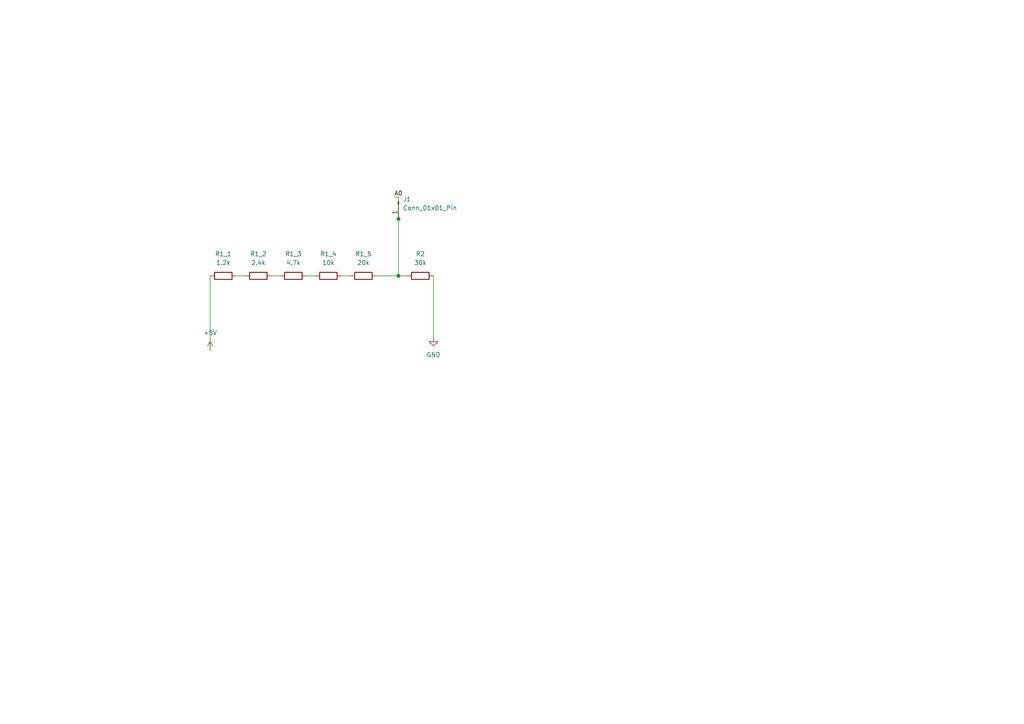
<source format=kicad_sch>
(kicad_sch (version 20231120) (generator "eeschema") (generator_version "8.0")
  (paper "A4")
  (lib_symbols
    (symbol "Connector:Conn_01x01_Pin" (pin_names (offset 1.016) hide)
      (property "Reference" "J" (at 0 2.54 0))
      (property "Value" "Conn_01x01_Pin" (at 0 -2.54 0))
      (symbol "Conn_01x01_Pin_1_1"
        (polyline (pts (xy 1.27 0) (xy 0.8636 0)) (stroke (width 0.1524)))
        (rectangle (start 0.8636 0.127) (end 0 -0.127) (stroke (width 0.1524)) (fill (type outline)))
        (pin passive line (at 5.08 0 180) (length 3.81) (name "Pin_1") (number "1"))
      )
    )
    (symbol "Device:R" (pin_numbers hide) (pin_names (offset 0))
      (property "Reference" "R" (at 2.032 0 90))
      (property "Value" "R" (at 0 0 90))
      (symbol "R_0_1"
        (rectangle (start -1.016 -2.54) (end 1.016 2.54) (stroke (width 0.254)))
      )
      (symbol "R_1_1"
        (pin passive line (at 0 3.81 270) (length 1.27) (name "~") (number "1"))
        (pin passive line (at 0 -3.81 90) (length 1.27) (name "~") (number "2"))
      )
    )
    (symbol "power:+5V" (power) (pin_numbers hide) (pin_names (offset 0) hide)
      (property "Value" "+5V" (at 0 3.556 0))
      (symbol "+5V_0_1"
        (polyline (pts (xy -0.762 1.27) (xy 0 2.54)))
        (polyline (pts (xy 0 0) (xy 0 2.54)))
        (polyline (pts (xy 0 2.54) (xy 0.762 1.27)))
      )
      (symbol "+5V_1_1"
        (pin power_in line (at 0 0 90) (length 0) (name "~") (number "1"))
      )
    )
    (symbol "power:GND" (power) (pin_numbers hide) (pin_names (offset 0) hide)
      (property "Value" "GND" (at 0 -3.81 0))
      (symbol "GND_0_1"
        (polyline (pts (xy 0 0) (xy 0 -1.27) (xy 1.27 -1.27) (xy 0 -2.54) (xy -1.27 -1.27) (xy 0 -1.27)))
      )
      (symbol "GND_1_1"
        (pin power_in line (at 0 0 270) (length 0) (name "~") (number "1"))
      )
    )
  )
  (junction (at 115.57 80.01))
  (junction (at 115.57 63.5))
  (wire (pts (xy 60.96 80.01) (xy 60.96 101.6)))
  (wire (pts (xy 88.9 80.01) (xy 91.44 80.01)))
  (wire (pts (xy 125.73 80.01) (xy 125.73 97.79)))
  (wire (pts (xy 115.57 80.01) (xy 118.11 80.01)))
  (wire (pts (xy 99.06 80.01) (xy 101.6 80.01)))
  (wire (pts (xy 109.22 80.01) (xy 115.57 80.01)))
  (wire (pts (xy 115.57 63.5) (xy 115.57 80.01)))
  (wire (pts (xy 115.57 57.15) (xy 115.57 63.5)))
  (wire (pts (xy 68.58 80.01) (xy 71.12 80.01)))
  (wire (pts (xy 78.74 80.01) (xy 81.28 80.01)))
  (wire (pts (xy 114.3 57.15) (xy 115.57 57.15)))
  (label "A0" (at 114.3 57.15 0))
  (symbol (lib_id "Device:R") (at 64.77 80.01 90) (unit 1)
    (property "Reference" "R1_1" (at 64.77 73.66 90))
    (property "Value" "1.2k" (at 64.77 76.2 90))
    (property "Description" "Resistor" (effects (hide yes)))
  )
  (symbol (lib_id "Device:R") (at 121.92 80.01 90) (unit 1)
    (property "Reference" "R2" (at 121.92 73.66 90))
    (property "Value" "30k" (at 121.92 76.2 90))
    (property "Description" "Resistor" (effects (hide yes)))
  )
  (symbol (lib_id "Device:R") (at 95.25 80.01 90) (unit 1)
    (property "Reference" "R1_4" (at 95.25 73.66 90))
    (property "Value" "10k" (at 95.25 76.2 90))
    (property "Description" "Resistor" (effects (hide yes)))
  )
  (symbol (lib_id "Device:R") (at 85.09 80.01 90) (unit 1)
    (property "Reference" "R1_3" (at 85.09 73.66 90))
    (property "Value" "4.7k" (at 85.09 76.2 90))
    (property "Description" "Resistor" (effects (hide yes)))
  )
  (symbol (lib_id "Device:R") (at 105.41 80.01 90) (unit 1)
    (property "Reference" "R1_5" (at 105.41 73.66 90))
    (property "Value" "20k" (at 105.41 76.2 90))
    (property "Description" "Resistor" (effects (hide yes)))
  )
  (symbol (lib_id "power:GND") (at 125.73 97.79 0) (unit 1)
    (property "Reference" "#PWR02" (effects (hide yes)))
    (property "Value" "GND" (at 125.73 102.87 0))
    (property "Description" "Power symbol creates a global label with name \"GND\" , ground" (effects (hide yes)))
  )
  (symbol (lib_id "power:+5V") (at 60.96 101.6 0) (unit 1)
    (property "Reference" "#PWR01" (effects (hide yes)))
    (property "Value" "+5V" (at 60.96 96.52 0))
    (property "Description" "Power symbol creates a global label with name \"+5V\"" (effects (hide yes)))
  )
  (symbol (lib_id "Connector:Conn_01x01_Pin") (at 115.57 58.42 270) (unit 1)
    (property "Reference" "J1" (at 116.84 57.7849 90) (effects (justify left)))
    (property "Value" "Conn_01x01_Pin" (at 116.84 60.3249 90) (effects (justify left)))
    (property "Description" "Generic connector, single row, 01x01, script generated" (effects (hide yes)))
  )
  (symbol (lib_id "Device:R") (at 74.93 80.01 90) (unit 1)
    (property "Reference" "R1_2" (at 74.93 73.66 90))
    (property "Value" "2.4k" (at 74.93 76.2 90))
    (property "Description" "Resistor" (effects (hide yes)))
  )
)
</source>
